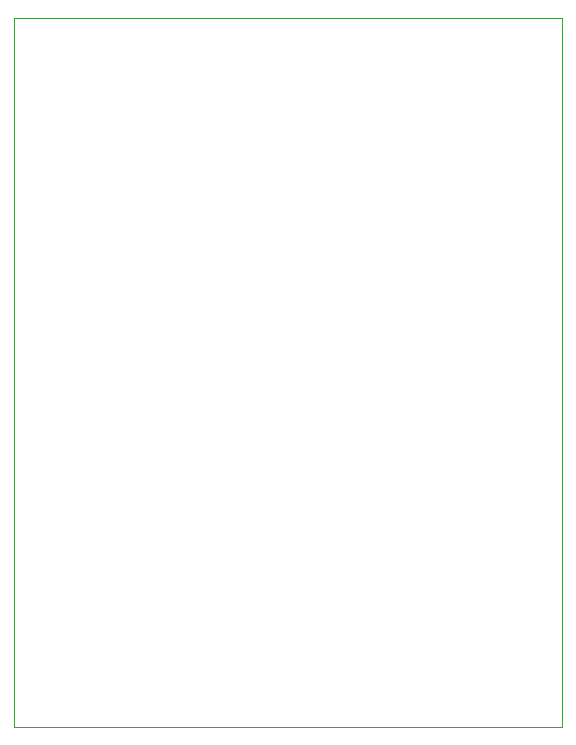
<source format=gbr>
%TF.GenerationSoftware,KiCad,Pcbnew,9.0.7*%
%TF.CreationDate,2026-02-14T16:35:22+02:00*%
%TF.ProjectId,Nano_Blackbox_Telemetry,4e616e6f-5f42-46c6-9163-6b626f785f54,rev?*%
%TF.SameCoordinates,Original*%
%TF.FileFunction,Profile,NP*%
%FSLAX46Y46*%
G04 Gerber Fmt 4.6, Leading zero omitted, Abs format (unit mm)*
G04 Created by KiCad (PCBNEW 9.0.7) date 2026-02-14 16:35:22*
%MOMM*%
%LPD*%
G01*
G04 APERTURE LIST*
%TA.AperFunction,Profile*%
%ADD10C,0.050000*%
%TD*%
G04 APERTURE END LIST*
D10*
X128000000Y-60000000D02*
X174400000Y-60000000D01*
X174400000Y-120000000D01*
X128000000Y-120000000D01*
X128000000Y-60000000D01*
M02*

</source>
